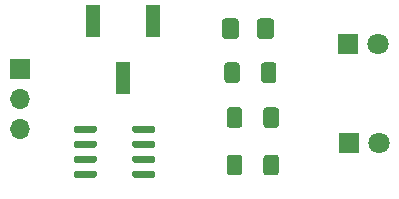
<source format=gbr>
%TF.GenerationSoftware,KiCad,Pcbnew,(5.1.10)-1*%
%TF.CreationDate,2021-05-24T22:05:53+05:30*%
%TF.ProjectId,DAY3_PCB,44415933-5f50-4434-922e-6b696361645f,rev?*%
%TF.SameCoordinates,Original*%
%TF.FileFunction,Soldermask,Top*%
%TF.FilePolarity,Negative*%
%FSLAX46Y46*%
G04 Gerber Fmt 4.6, Leading zero omitted, Abs format (unit mm)*
G04 Created by KiCad (PCBNEW (5.1.10)-1) date 2021-05-24 22:05:53*
%MOMM*%
%LPD*%
G01*
G04 APERTURE LIST*
%ADD10R,1.800000X1.800000*%
%ADD11C,1.800000*%
%ADD12R,1.700000X1.700000*%
%ADD13O,1.700000X1.700000*%
%ADD14R,1.190000X2.790000*%
G04 APERTURE END LIST*
D10*
%TO.C,D1*%
X168375000Y-92250000D03*
D11*
X170915000Y-92250000D03*
%TD*%
D10*
%TO.C,D2*%
X168300000Y-83850000D03*
D11*
X170840000Y-83850000D03*
%TD*%
%TO.C,D3*%
G36*
G01*
X161987500Y-81925000D02*
X161987500Y-83175000D01*
G75*
G02*
X161737500Y-83425000I-250000J0D01*
G01*
X160812500Y-83425000D01*
G75*
G02*
X160562500Y-83175000I0J250000D01*
G01*
X160562500Y-81925000D01*
G75*
G02*
X160812500Y-81675000I250000J0D01*
G01*
X161737500Y-81675000D01*
G75*
G02*
X161987500Y-81925000I0J-250000D01*
G01*
G37*
G36*
G01*
X159012500Y-81925000D02*
X159012500Y-83175000D01*
G75*
G02*
X158762500Y-83425000I-250000J0D01*
G01*
X157837500Y-83425000D01*
G75*
G02*
X157587500Y-83175000I0J250000D01*
G01*
X157587500Y-81925000D01*
G75*
G02*
X157837500Y-81675000I250000J0D01*
G01*
X158762500Y-81675000D01*
G75*
G02*
X159012500Y-81925000I0J-250000D01*
G01*
G37*
%TD*%
D12*
%TO.C,J1*%
X140450001Y-85975001D03*
D13*
X140450001Y-88515001D03*
X140450001Y-91055001D03*
%TD*%
%TO.C,R1*%
G36*
G01*
X162400000Y-93475000D02*
X162400000Y-94725000D01*
G75*
G02*
X162150000Y-94975000I-250000J0D01*
G01*
X161350000Y-94975000D01*
G75*
G02*
X161100000Y-94725000I0J250000D01*
G01*
X161100000Y-93475000D01*
G75*
G02*
X161350000Y-93225000I250000J0D01*
G01*
X162150000Y-93225000D01*
G75*
G02*
X162400000Y-93475000I0J-250000D01*
G01*
G37*
G36*
G01*
X159300000Y-93475000D02*
X159300000Y-94725000D01*
G75*
G02*
X159050000Y-94975000I-250000J0D01*
G01*
X158250000Y-94975000D01*
G75*
G02*
X158000000Y-94725000I0J250000D01*
G01*
X158000000Y-93475000D01*
G75*
G02*
X158250000Y-93225000I250000J0D01*
G01*
X159050000Y-93225000D01*
G75*
G02*
X159300000Y-93475000I0J-250000D01*
G01*
G37*
%TD*%
%TO.C,R2*%
G36*
G01*
X159300000Y-89450000D02*
X159300000Y-90700000D01*
G75*
G02*
X159050000Y-90950000I-250000J0D01*
G01*
X158250000Y-90950000D01*
G75*
G02*
X158000000Y-90700000I0J250000D01*
G01*
X158000000Y-89450000D01*
G75*
G02*
X158250000Y-89200000I250000J0D01*
G01*
X159050000Y-89200000D01*
G75*
G02*
X159300000Y-89450000I0J-250000D01*
G01*
G37*
G36*
G01*
X162400000Y-89450000D02*
X162400000Y-90700000D01*
G75*
G02*
X162150000Y-90950000I-250000J0D01*
G01*
X161350000Y-90950000D01*
G75*
G02*
X161100000Y-90700000I0J250000D01*
G01*
X161100000Y-89450000D01*
G75*
G02*
X161350000Y-89200000I250000J0D01*
G01*
X162150000Y-89200000D01*
G75*
G02*
X162400000Y-89450000I0J-250000D01*
G01*
G37*
%TD*%
%TO.C,R3*%
G36*
G01*
X162200000Y-85650000D02*
X162200000Y-86900000D01*
G75*
G02*
X161950000Y-87150000I-250000J0D01*
G01*
X161150000Y-87150000D01*
G75*
G02*
X160900000Y-86900000I0J250000D01*
G01*
X160900000Y-85650000D01*
G75*
G02*
X161150000Y-85400000I250000J0D01*
G01*
X161950000Y-85400000D01*
G75*
G02*
X162200000Y-85650000I0J-250000D01*
G01*
G37*
G36*
G01*
X159100000Y-85650000D02*
X159100000Y-86900000D01*
G75*
G02*
X158850000Y-87150000I-250000J0D01*
G01*
X158050000Y-87150000D01*
G75*
G02*
X157800000Y-86900000I0J250000D01*
G01*
X157800000Y-85650000D01*
G75*
G02*
X158050000Y-85400000I250000J0D01*
G01*
X158850000Y-85400000D01*
G75*
G02*
X159100000Y-85650000I0J-250000D01*
G01*
G37*
%TD*%
D14*
%TO.C,RV1*%
X151740000Y-81920000D03*
X149200000Y-86750000D03*
X146660000Y-81920000D03*
%TD*%
%TO.C,U1*%
G36*
G01*
X151925000Y-94720000D02*
X151925000Y-95020000D01*
G75*
G02*
X151775000Y-95170000I-150000J0D01*
G01*
X150125000Y-95170000D01*
G75*
G02*
X149975000Y-95020000I0J150000D01*
G01*
X149975000Y-94720000D01*
G75*
G02*
X150125000Y-94570000I150000J0D01*
G01*
X151775000Y-94570000D01*
G75*
G02*
X151925000Y-94720000I0J-150000D01*
G01*
G37*
G36*
G01*
X151925000Y-93450000D02*
X151925000Y-93750000D01*
G75*
G02*
X151775000Y-93900000I-150000J0D01*
G01*
X150125000Y-93900000D01*
G75*
G02*
X149975000Y-93750000I0J150000D01*
G01*
X149975000Y-93450000D01*
G75*
G02*
X150125000Y-93300000I150000J0D01*
G01*
X151775000Y-93300000D01*
G75*
G02*
X151925000Y-93450000I0J-150000D01*
G01*
G37*
G36*
G01*
X151925000Y-92180000D02*
X151925000Y-92480000D01*
G75*
G02*
X151775000Y-92630000I-150000J0D01*
G01*
X150125000Y-92630000D01*
G75*
G02*
X149975000Y-92480000I0J150000D01*
G01*
X149975000Y-92180000D01*
G75*
G02*
X150125000Y-92030000I150000J0D01*
G01*
X151775000Y-92030000D01*
G75*
G02*
X151925000Y-92180000I0J-150000D01*
G01*
G37*
G36*
G01*
X151925000Y-90910000D02*
X151925000Y-91210000D01*
G75*
G02*
X151775000Y-91360000I-150000J0D01*
G01*
X150125000Y-91360000D01*
G75*
G02*
X149975000Y-91210000I0J150000D01*
G01*
X149975000Y-90910000D01*
G75*
G02*
X150125000Y-90760000I150000J0D01*
G01*
X151775000Y-90760000D01*
G75*
G02*
X151925000Y-90910000I0J-150000D01*
G01*
G37*
G36*
G01*
X146975000Y-90910000D02*
X146975000Y-91210000D01*
G75*
G02*
X146825000Y-91360000I-150000J0D01*
G01*
X145175000Y-91360000D01*
G75*
G02*
X145025000Y-91210000I0J150000D01*
G01*
X145025000Y-90910000D01*
G75*
G02*
X145175000Y-90760000I150000J0D01*
G01*
X146825000Y-90760000D01*
G75*
G02*
X146975000Y-90910000I0J-150000D01*
G01*
G37*
G36*
G01*
X146975000Y-92180000D02*
X146975000Y-92480000D01*
G75*
G02*
X146825000Y-92630000I-150000J0D01*
G01*
X145175000Y-92630000D01*
G75*
G02*
X145025000Y-92480000I0J150000D01*
G01*
X145025000Y-92180000D01*
G75*
G02*
X145175000Y-92030000I150000J0D01*
G01*
X146825000Y-92030000D01*
G75*
G02*
X146975000Y-92180000I0J-150000D01*
G01*
G37*
G36*
G01*
X146975000Y-93450000D02*
X146975000Y-93750000D01*
G75*
G02*
X146825000Y-93900000I-150000J0D01*
G01*
X145175000Y-93900000D01*
G75*
G02*
X145025000Y-93750000I0J150000D01*
G01*
X145025000Y-93450000D01*
G75*
G02*
X145175000Y-93300000I150000J0D01*
G01*
X146825000Y-93300000D01*
G75*
G02*
X146975000Y-93450000I0J-150000D01*
G01*
G37*
G36*
G01*
X146975000Y-94720000D02*
X146975000Y-95020000D01*
G75*
G02*
X146825000Y-95170000I-150000J0D01*
G01*
X145175000Y-95170000D01*
G75*
G02*
X145025000Y-95020000I0J150000D01*
G01*
X145025000Y-94720000D01*
G75*
G02*
X145175000Y-94570000I150000J0D01*
G01*
X146825000Y-94570000D01*
G75*
G02*
X146975000Y-94720000I0J-150000D01*
G01*
G37*
%TD*%
M02*

</source>
